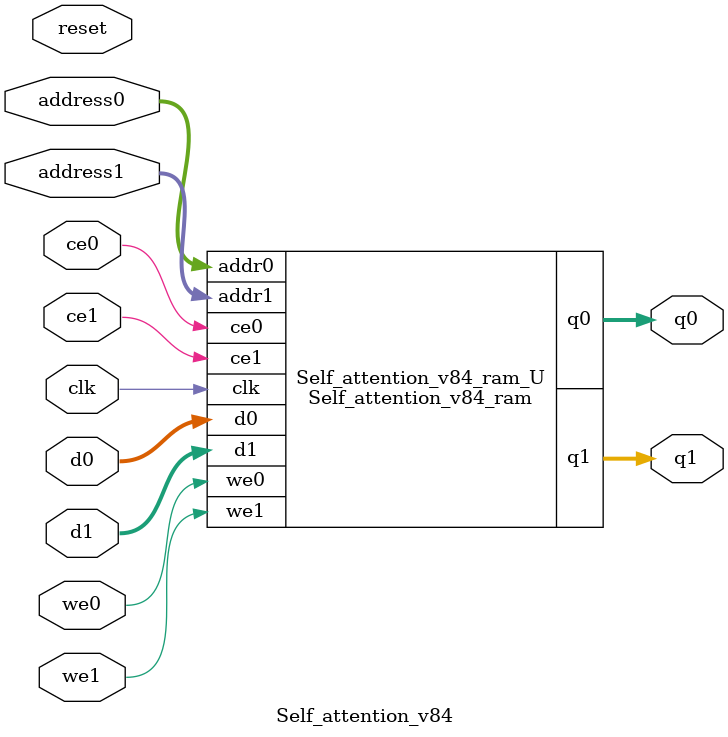
<source format=v>
`timescale 1 ns / 1 ps
module Self_attention_v84_ram (addr0, ce0, d0, we0, q0, addr1, ce1, d1, we1, q1,  clk);

parameter DWIDTH = 32;
parameter AWIDTH = 8;
parameter MEM_SIZE = 144;

input[AWIDTH-1:0] addr0;
input ce0;
input[DWIDTH-1:0] d0;
input we0;
output reg[DWIDTH-1:0] q0;
input[AWIDTH-1:0] addr1;
input ce1;
input[DWIDTH-1:0] d1;
input we1;
output reg[DWIDTH-1:0] q1;
input clk;

(* ram_style = "block" *)reg [DWIDTH-1:0] ram[0:MEM_SIZE-1];




always @(posedge clk)  
begin 
    if (ce0) begin
        if (we0) 
            ram[addr0] <= d0; 
        q0 <= ram[addr0];
    end
end


always @(posedge clk)  
begin 
    if (ce1) begin
        if (we1) 
            ram[addr1] <= d1; 
        q1 <= ram[addr1];
    end
end


endmodule

`timescale 1 ns / 1 ps
module Self_attention_v84(
    reset,
    clk,
    address0,
    ce0,
    we0,
    d0,
    q0,
    address1,
    ce1,
    we1,
    d1,
    q1);

parameter DataWidth = 32'd32;
parameter AddressRange = 32'd144;
parameter AddressWidth = 32'd8;
input reset;
input clk;
input[AddressWidth - 1:0] address0;
input ce0;
input we0;
input[DataWidth - 1:0] d0;
output[DataWidth - 1:0] q0;
input[AddressWidth - 1:0] address1;
input ce1;
input we1;
input[DataWidth - 1:0] d1;
output[DataWidth - 1:0] q1;



Self_attention_v84_ram Self_attention_v84_ram_U(
    .clk( clk ),
    .addr0( address0 ),
    .ce0( ce0 ),
    .we0( we0 ),
    .d0( d0 ),
    .q0( q0 ),
    .addr1( address1 ),
    .ce1( ce1 ),
    .we1( we1 ),
    .d1( d1 ),
    .q1( q1 ));

endmodule


</source>
